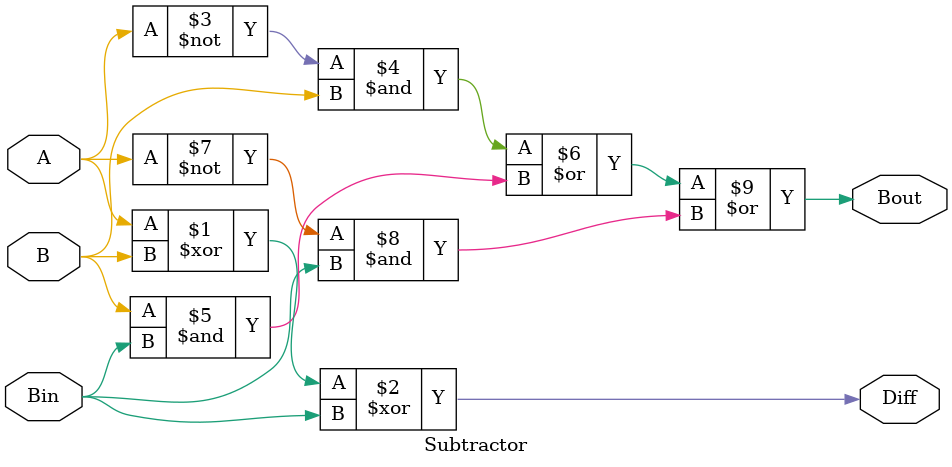
<source format=v>
module Subtractor(A,B,Bin,Diff,Bout);
input A,B,Bin;
output  Diff,Bout;
assign Diff=A^B^Bin;
assign Bout=(~A&B)|(B&Bin)| (~A&Bin);
endmodule

</source>
